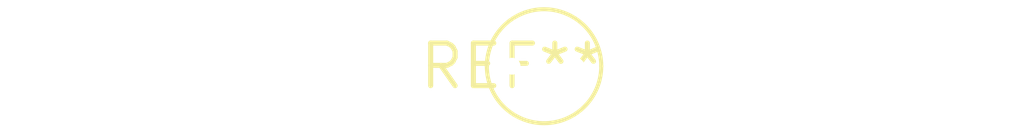
<source format=kicad_pcb>
(kicad_pcb (version 20240108) (generator pcbnew)
  (layers (0 "F.Cu" signal) (31 "B.Cu" signal) (34 "B.Paste" user) (35 "F.Paste" user) (36 "B.SilkS" user "B.Silkscreen") (37 "F.SilkS" user "F.Silkscreen") (38 "B.Mask" user) (39 "F.Mask" user) (44 "Edge.Cuts" user))
  (net 0 "")
  (footprint "Crystal_Round_D3.0mm_Vertical" (layer "F.Cu") (at 0 0)
    (property "Reference" "REF**")
    (property "Value" "Crystal_Round_D3.0mm_Vertical")
    (fp_arc (start -0.75 0) (mid 0.95 -1.7) (end 2.65 0) (layer "F.SilkS") (stroke (width 0.12)))
    (fp_arc (start 2.65 0) (mid 0.95 1.7) (end -0.75 0) (layer "F.SilkS") (stroke (width 0.12)))
    (pad "1" thru_hole circle (at 0 0) (size 1 1) (drill 0.5) (layers *.Cu *.Mask) (remove_unused_layers))
    (pad "2" thru_hole circle (at 1.9 0) (size 1 1) (drill 0.5) (layers *.Cu *.Mask) (remove_unused_layers))
  )
)
</source>
